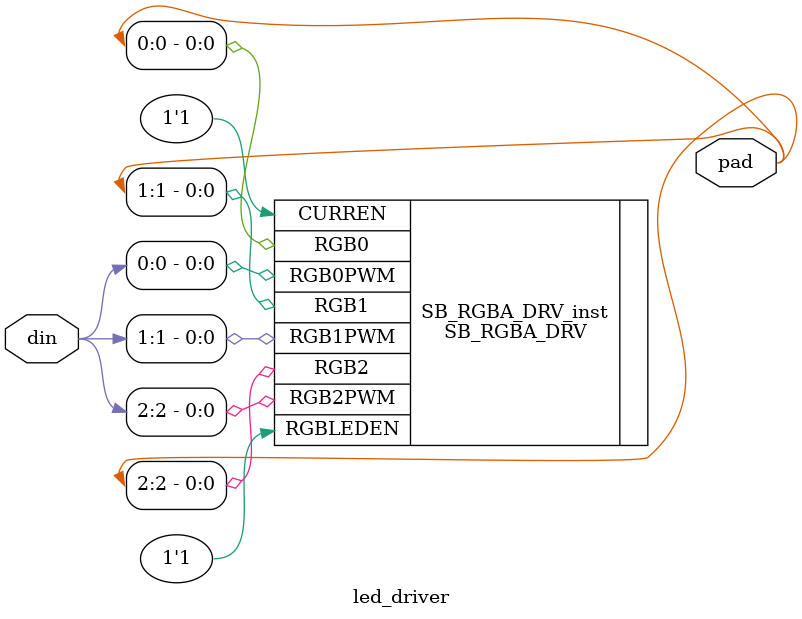
<source format=sv>
/* bidir_pad.sv - Wrapper module for LED driver primitive */

module led_driver (
  input  logic [2:0] din,
  output logic [2:0] pad
);

  SB_RGBA_DRV #(
    .CURRENT_MODE ("0b0"     ),
    .RGB0_CURRENT ("0b111111"),
    .RGB1_CURRENT ("0b111111"),
    .RGB2_CURRENT ("0b111111")
  ) SB_RGBA_DRV_inst (
    .CURREN   (1'b1  ),
    .RGBLEDEN (1'b1  ),
    .RGB0PWM  (din[0]),
    .RGB1PWM  (din[1]),
    .RGB2PWM  (din[2]),
    .RGB0     (pad[0]),
    .RGB1     (pad[1]),
    .RGB2     (pad[2])
  );

endmodule

</source>
